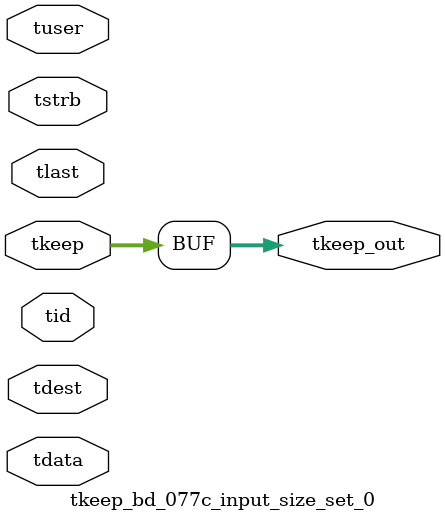
<source format=v>


`timescale 1ps/1ps

module tkeep_bd_077c_input_size_set_0 #
(
parameter C_S_AXIS_TDATA_WIDTH = 32,
parameter C_S_AXIS_TUSER_WIDTH = 0,
parameter C_S_AXIS_TID_WIDTH   = 0,
parameter C_S_AXIS_TDEST_WIDTH = 0,
parameter C_M_AXIS_TDATA_WIDTH = 32
)
(
input  [(C_S_AXIS_TDATA_WIDTH == 0 ? 1 : C_S_AXIS_TDATA_WIDTH)-1:0     ] tdata,
input  [(C_S_AXIS_TUSER_WIDTH == 0 ? 1 : C_S_AXIS_TUSER_WIDTH)-1:0     ] tuser,
input  [(C_S_AXIS_TID_WIDTH   == 0 ? 1 : C_S_AXIS_TID_WIDTH)-1:0       ] tid,
input  [(C_S_AXIS_TDEST_WIDTH == 0 ? 1 : C_S_AXIS_TDEST_WIDTH)-1:0     ] tdest,
input  [(C_S_AXIS_TDATA_WIDTH/8)-1:0 ] tkeep,
input  [(C_S_AXIS_TDATA_WIDTH/8)-1:0 ] tstrb,
input                                                                    tlast,
output [(C_M_AXIS_TDATA_WIDTH/8)-1:0 ] tkeep_out
);

assign tkeep_out = {tkeep[5:0]};

endmodule


</source>
